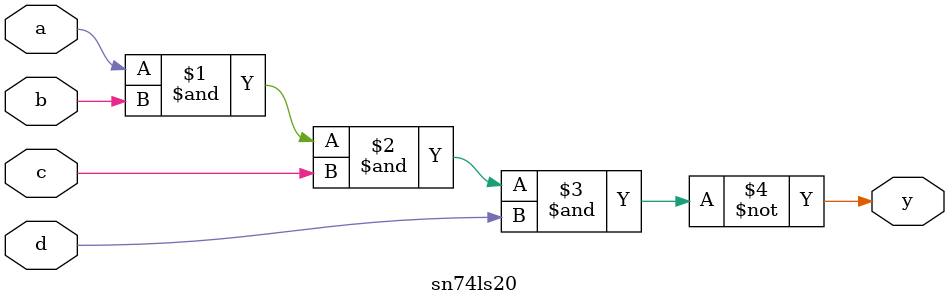
<source format=v>
module sn74ls20(y, a, b, c, d);
input a, b, c, d;
output y;
parameter
	// TI TTL data book Vol 1, 1985
	tPLH_min=0, tPLH_typ=9, tPLH_max=15,
	tPHL_min=0, tPHL_typ=10, tPHL_max=15;

	nand #(tPLH_min : tPLH_typ : tPLH_max,
	  tPHL_min : tPHL_typ : tPHL_max)
	(y, a, b, c, d);

endmodule

</source>
